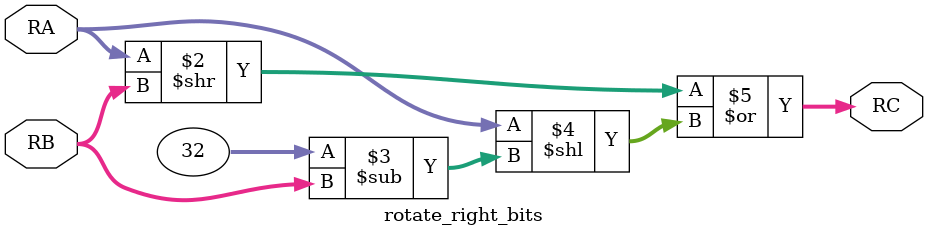
<source format=v>
module rotate_right_bits(
	input [31:0] RA, RB,
	output reg[31:0] RC
	);
	

integer i;

always @(*) begin
	// MSB gets shifted, filled with 0
	RC <= (RA >> RB) | (RA << (32 - RB));
end
endmodule

</source>
